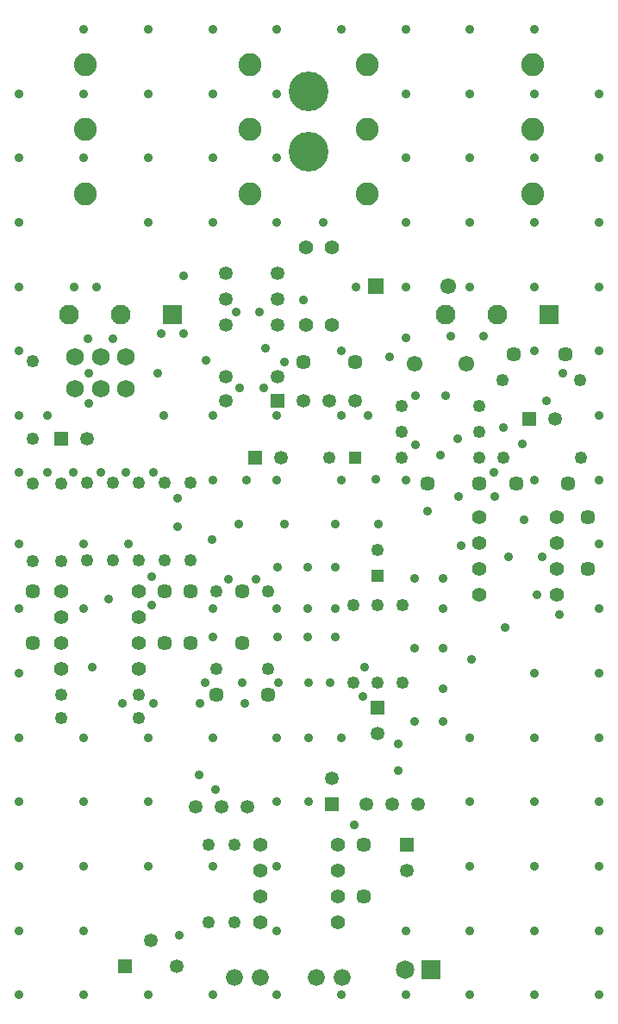
<source format=gts>
G04*
G04 #@! TF.GenerationSoftware,Altium Limited,Altium Designer,19.0.12 (326)*
G04*
G04 Layer_Color=8388736*
%FSLAX25Y25*%
%MOIN*%
G70*
G01*
G75*
%ADD17C,0.05315*%
%ADD18R,0.05315X0.05315*%
%ADD19C,0.06890*%
%ADD20R,0.05315X0.05315*%
%ADD21C,0.05591*%
%ADD22C,0.04922*%
%ADD23C,0.06103*%
%ADD24C,0.05709*%
%ADD25R,0.06103X0.06103*%
%ADD26R,0.07678X0.07678*%
%ADD27C,0.07678*%
%ADD28C,0.15355*%
%ADD29C,0.07191*%
%ADD30R,0.07191X0.07191*%
%ADD31C,0.06591*%
%ADD32C,0.08859*%
%ADD33C,0.05316*%
%ADD34R,0.04922X0.04922*%
%ADD35R,0.04922X0.04922*%
%ADD36C,0.03591*%
D17*
X154113Y43500D02*
D03*
X125146Y79000D02*
D03*
X65025Y6500D02*
D03*
X55024Y16500D02*
D03*
X211500Y218000D02*
D03*
X105500Y203000D02*
D03*
X30500Y210500D02*
D03*
X114000Y225000D02*
D03*
X124000D02*
D03*
X134000D02*
D03*
X92500Y68000D02*
D03*
X82500D02*
D03*
X72500D02*
D03*
X84000Y225000D02*
D03*
X138500Y69000D02*
D03*
X148500D02*
D03*
X158500D02*
D03*
X142900Y96500D02*
D03*
D18*
X154113Y53500D02*
D03*
X125146Y69000D02*
D03*
X142900Y106500D02*
D03*
D19*
X35717Y229591D02*
D03*
X45559D02*
D03*
X25874D02*
D03*
Y242189D02*
D03*
X45559D02*
D03*
X35717D02*
D03*
D20*
X45024Y6500D02*
D03*
X201500Y218000D02*
D03*
X95500Y203000D02*
D03*
X20500Y210500D02*
D03*
X104000Y225000D02*
D03*
D21*
X50500Y121500D02*
D03*
Y131500D02*
D03*
Y151500D02*
D03*
Y141500D02*
D03*
X20500Y121500D02*
D03*
Y131500D02*
D03*
Y141500D02*
D03*
Y151500D02*
D03*
X212266Y150000D02*
D03*
Y160000D02*
D03*
Y180000D02*
D03*
Y170000D02*
D03*
X182266Y150000D02*
D03*
Y160000D02*
D03*
Y170000D02*
D03*
Y180000D02*
D03*
X115000Y284500D02*
D03*
X125000D02*
D03*
Y254500D02*
D03*
X115000D02*
D03*
X127500Y23500D02*
D03*
Y33500D02*
D03*
Y53500D02*
D03*
Y43500D02*
D03*
X97500Y23500D02*
D03*
Y33500D02*
D03*
Y43500D02*
D03*
Y53500D02*
D03*
D22*
X182200Y213000D02*
D03*
X152200D02*
D03*
Y223000D02*
D03*
X182200D02*
D03*
X221000Y233000D02*
D03*
X191000D02*
D03*
X221500Y203000D02*
D03*
X191500D02*
D03*
X182200D02*
D03*
X152200D02*
D03*
X100500Y151500D02*
D03*
Y121500D02*
D03*
X80500Y151500D02*
D03*
Y121500D02*
D03*
X20500Y111500D02*
D03*
X50500D02*
D03*
X20500Y102500D02*
D03*
X50500D02*
D03*
X70500Y193500D02*
D03*
Y163500D02*
D03*
X60500D02*
D03*
Y193500D02*
D03*
X50500D02*
D03*
Y163500D02*
D03*
X40500Y193500D02*
D03*
Y163500D02*
D03*
X30500Y193500D02*
D03*
Y163500D02*
D03*
X20500Y193000D02*
D03*
Y163000D02*
D03*
X9500Y193000D02*
D03*
Y163000D02*
D03*
Y240500D02*
D03*
Y210500D02*
D03*
X77500Y53500D02*
D03*
Y23500D02*
D03*
X87500D02*
D03*
Y53500D02*
D03*
X133400Y146000D02*
D03*
Y116000D02*
D03*
X142900Y146000D02*
D03*
Y116000D02*
D03*
X124227Y203000D02*
D03*
X142900Y167500D02*
D03*
X152400Y116000D02*
D03*
Y146000D02*
D03*
D23*
X157000Y239300D02*
D03*
X177000D02*
D03*
X170000Y269400D02*
D03*
D24*
X224000Y160000D02*
D03*
Y180000D02*
D03*
X215500Y243000D02*
D03*
X195500D02*
D03*
X196500Y193000D02*
D03*
X216500D02*
D03*
X162200D02*
D03*
X182200D02*
D03*
X90500Y131500D02*
D03*
Y151500D02*
D03*
X70500Y131500D02*
D03*
Y151500D02*
D03*
X60500Y131500D02*
D03*
Y151500D02*
D03*
X100500Y111500D02*
D03*
X80500D02*
D03*
X9500Y131500D02*
D03*
Y151500D02*
D03*
X114000Y240000D02*
D03*
X134000D02*
D03*
X137500Y33500D02*
D03*
Y53500D02*
D03*
D25*
X142000Y269400D02*
D03*
D26*
X209000Y258500D02*
D03*
X63500D02*
D03*
D27*
X189000D02*
D03*
X169000D02*
D03*
X43500D02*
D03*
X23500D02*
D03*
D28*
X116250Y344900D02*
D03*
Y321278D02*
D03*
D29*
X153500Y5145D02*
D03*
D30*
X163500D02*
D03*
D31*
X119000Y2000D02*
D03*
X129000D02*
D03*
X87500D02*
D03*
X97500D02*
D03*
D32*
X138911Y330100D02*
D03*
X202809D02*
D03*
X138911Y355100D02*
D03*
X202809D02*
D03*
X138911Y305100D02*
D03*
X202809D02*
D03*
X29692Y330100D02*
D03*
X93590D02*
D03*
X29692Y355100D02*
D03*
X93590D02*
D03*
X29692Y305100D02*
D03*
X93590D02*
D03*
D33*
X84000Y234366D02*
D03*
Y254366D02*
D03*
Y264366D02*
D03*
Y274366D02*
D03*
X104000D02*
D03*
Y264366D02*
D03*
Y254366D02*
D03*
Y234366D02*
D03*
D34*
X134227Y203000D02*
D03*
D35*
X142900Y157500D02*
D03*
D36*
X121800Y294051D02*
D03*
X38900Y148509D02*
D03*
X150718Y82000D02*
D03*
X126500Y144700D02*
D03*
X78806Y171500D02*
D03*
X168000Y101000D02*
D03*
Y144700D02*
D03*
X179243Y125000D02*
D03*
X168000Y113885D02*
D03*
X43993Y108000D02*
D03*
X73773Y80500D02*
D03*
X80000Y74584D02*
D03*
X116000Y70113D02*
D03*
X133800Y61000D02*
D03*
X66119Y18500D02*
D03*
X65500Y176500D02*
D03*
Y187500D02*
D03*
X57806Y235889D02*
D03*
X31274D02*
D03*
X150718Y92500D02*
D03*
X40402Y249000D02*
D03*
X30900D02*
D03*
X178600Y294100D02*
D03*
X103900Y20200D02*
D03*
X29200Y144700D02*
D03*
X153700Y194500D02*
D03*
X4300Y219400D02*
D03*
X228400Y-4700D02*
D03*
Y219400D02*
D03*
X153700Y319000D02*
D03*
X228400Y119800D02*
D03*
X79000Y343900D02*
D03*
X29200Y169600D02*
D03*
X203500Y70000D02*
D03*
X178600Y45100D02*
D03*
X203500Y368800D02*
D03*
X228400Y70000D02*
D03*
X4300Y94900D02*
D03*
X54100Y343900D02*
D03*
X153700Y20200D02*
D03*
X4300Y119800D02*
D03*
X29200Y-4700D02*
D03*
Y20200D02*
D03*
X153700Y294100D02*
D03*
X228400Y45100D02*
D03*
Y269200D02*
D03*
X54100Y70000D02*
D03*
X79000Y294100D02*
D03*
X203500Y20200D02*
D03*
X128800Y-4700D02*
D03*
X79000Y194500D02*
D03*
X203500Y119800D02*
D03*
X178600Y70000D02*
D03*
X79000Y94900D02*
D03*
X178600D02*
D03*
X79000Y45100D02*
D03*
X4300Y169600D02*
D03*
X203500Y-4700D02*
D03*
X228400Y319000D02*
D03*
X29200Y368800D02*
D03*
X103900Y144700D02*
D03*
X153700Y368800D02*
D03*
X203500Y294100D02*
D03*
X103900Y70000D02*
D03*
X4300Y-4700D02*
D03*
X79000Y319000D02*
D03*
X178600Y269200D02*
D03*
X29200Y319000D02*
D03*
X228400Y244300D02*
D03*
X54100Y94900D02*
D03*
X29200D02*
D03*
X4300Y20200D02*
D03*
X29200Y70000D02*
D03*
X228400Y94900D02*
D03*
X128800Y368800D02*
D03*
Y94900D02*
D03*
X103900Y-4700D02*
D03*
Y194500D02*
D03*
X203500Y94900D02*
D03*
X228400Y20200D02*
D03*
X178600Y343900D02*
D03*
X203500D02*
D03*
X79000Y368800D02*
D03*
X128800Y219400D02*
D03*
X203500Y45100D02*
D03*
X29200Y343900D02*
D03*
X203500Y319000D02*
D03*
X228400Y169600D02*
D03*
X79000Y219400D02*
D03*
X4300Y294100D02*
D03*
X228400Y144700D02*
D03*
X4300Y45100D02*
D03*
X79000Y144700D02*
D03*
X4300Y70000D02*
D03*
X103900Y368800D02*
D03*
X178600Y20200D02*
D03*
X153700Y343900D02*
D03*
X54100Y368800D02*
D03*
X178600Y-4700D02*
D03*
X54100Y45100D02*
D03*
X103900Y319000D02*
D03*
X203500Y269200D02*
D03*
X103900Y45100D02*
D03*
X54100Y319000D02*
D03*
X103900Y219400D02*
D03*
X228400Y343900D02*
D03*
X4300Y244300D02*
D03*
Y343900D02*
D03*
X128800Y194500D02*
D03*
X4300Y269200D02*
D03*
X153700Y-4700D02*
D03*
X178600Y368800D02*
D03*
X203500Y194500D02*
D03*
X103900Y343900D02*
D03*
X79000Y-4700D02*
D03*
X203500Y244300D02*
D03*
X29200Y45100D02*
D03*
X128800Y244300D02*
D03*
X228400Y294100D02*
D03*
X4300Y144700D02*
D03*
X178600Y319000D02*
D03*
X103900Y294100D02*
D03*
Y94900D02*
D03*
X153700Y269200D02*
D03*
X54100Y-4700D02*
D03*
X228400Y194500D02*
D03*
X54100Y294100D02*
D03*
X4300Y319000D02*
D03*
X98662Y229911D02*
D03*
X89500D02*
D03*
X142000Y194694D02*
D03*
X89255Y177500D02*
D03*
X126500Y160763D02*
D03*
X143300Y177500D02*
D03*
X126500D02*
D03*
X175207Y169000D02*
D03*
X162000Y182354D02*
D03*
X174000Y188000D02*
D03*
X188111D02*
D03*
X187866Y197500D02*
D03*
X157500Y208000D02*
D03*
X167069Y204000D02*
D03*
X173894Y210500D02*
D03*
X191500Y214838D02*
D03*
X198896Y208500D02*
D03*
X208063Y225000D02*
D03*
X214500Y235889D02*
D03*
X192000Y137416D02*
D03*
X212994Y142500D02*
D03*
X204500Y150000D02*
D03*
X199500Y179000D02*
D03*
X193615Y164806D02*
D03*
X206500D02*
D03*
X157000Y101000D02*
D03*
Y129500D02*
D03*
X168000D02*
D03*
Y156500D02*
D03*
X157000D02*
D03*
X116000Y94900D02*
D03*
X91500Y108000D02*
D03*
X74000D02*
D03*
X56119D02*
D03*
X32472Y122000D02*
D03*
X46590Y169600D02*
D03*
X95836Y156000D02*
D03*
X85000D02*
D03*
X79000Y133753D02*
D03*
X55500Y146000D02*
D03*
Y157000D02*
D03*
X76000Y116000D02*
D03*
X90500D02*
D03*
X104500D02*
D03*
X116000D02*
D03*
X124627D02*
D03*
X137900Y122000D02*
D03*
X137000Y110623D02*
D03*
X126500Y133753D02*
D03*
X92000Y194274D02*
D03*
X115694Y133854D02*
D03*
X104000Y133753D02*
D03*
X115694Y160806D02*
D03*
X104000D02*
D03*
X115694Y144700D02*
D03*
X106762Y177500D02*
D03*
X169124Y227113D02*
D03*
X157500D02*
D03*
X139038Y219400D02*
D03*
X183829Y250000D02*
D03*
X171191D02*
D03*
X153894Y249500D02*
D03*
X147500Y242000D02*
D03*
X134500Y269200D02*
D03*
X67839Y273500D02*
D03*
X76500Y240696D02*
D03*
X114000Y264000D02*
D03*
X106762Y240000D02*
D03*
X99500Y245500D02*
D03*
X97000Y259500D02*
D03*
X88000D02*
D03*
X34000Y269200D02*
D03*
X25500D02*
D03*
X67844Y251000D02*
D03*
X59004D02*
D03*
X60000Y219400D02*
D03*
X31274Y224000D02*
D03*
X15000Y219400D02*
D03*
X56000Y197500D02*
D03*
X45500D02*
D03*
X35717D02*
D03*
X25243D02*
D03*
X15000D02*
D03*
X4300D02*
D03*
M02*

</source>
